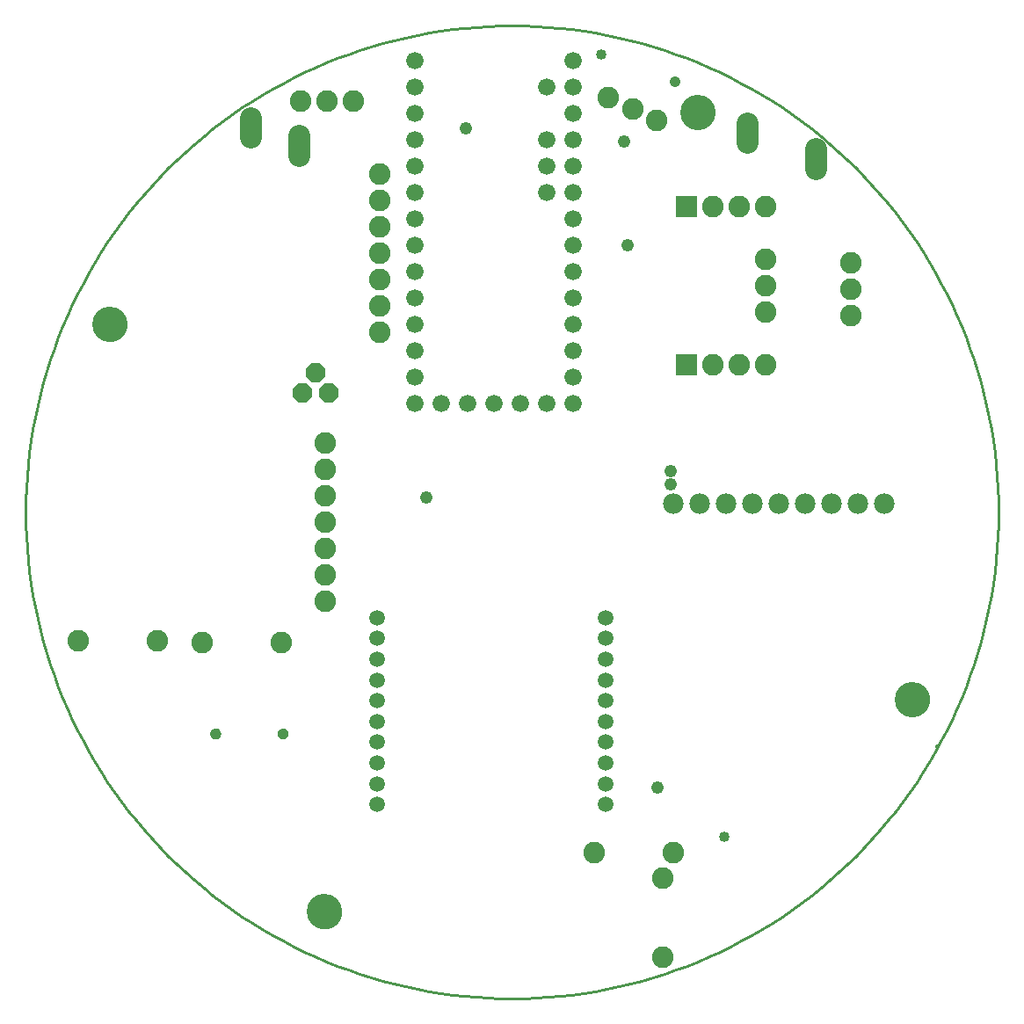
<source format=gts>
G75*
%MOIN*%
%OFA0B0*%
%FSLAX25Y25*%
%IPPOS*%
%LPD*%
%AMOC8*
5,1,8,0,0,1.08239X$1,22.5*
%
%ADD10C,0.01000*%
%ADD11C,0.01600*%
%ADD12C,0.00000*%
%ADD13C,0.13398*%
%ADD14C,0.07800*%
%ADD15C,0.06600*%
%ADD16C,0.05950*%
%ADD17C,0.08200*%
%ADD18R,0.08200X0.08200*%
%ADD19C,0.04000*%
%ADD20C,0.00500*%
%ADD21C,0.08200*%
%ADD22OC8,0.07400*%
%ADD23C,0.04123*%
%ADD24C,0.04800*%
D10*
X0001500Y0185925D02*
X0001556Y0190451D01*
X0001722Y0194974D01*
X0002000Y0199492D01*
X0002388Y0204002D01*
X0002887Y0208501D01*
X0003496Y0212986D01*
X0004215Y0217455D01*
X0005044Y0221905D01*
X0005981Y0226333D01*
X0007027Y0230737D01*
X0008181Y0235114D01*
X0009441Y0239461D01*
X0010808Y0243776D01*
X0012281Y0248056D01*
X0013858Y0252299D01*
X0015539Y0256501D01*
X0017322Y0260662D01*
X0019207Y0264777D01*
X0021192Y0268845D01*
X0023277Y0272862D01*
X0025459Y0276828D01*
X0027738Y0280738D01*
X0030113Y0284592D01*
X0032581Y0288386D01*
X0035142Y0292118D01*
X0037793Y0295787D01*
X0040534Y0299389D01*
X0043363Y0302923D01*
X0046277Y0306386D01*
X0049275Y0309777D01*
X0052356Y0313094D01*
X0055517Y0316333D01*
X0058756Y0319494D01*
X0062073Y0322575D01*
X0065464Y0325573D01*
X0068927Y0328487D01*
X0072461Y0331316D01*
X0076063Y0334057D01*
X0079732Y0336708D01*
X0083464Y0339269D01*
X0087258Y0341737D01*
X0091112Y0344112D01*
X0095022Y0346391D01*
X0098988Y0348573D01*
X0103005Y0350658D01*
X0107073Y0352643D01*
X0111188Y0354528D01*
X0115349Y0356311D01*
X0119551Y0357992D01*
X0123794Y0359569D01*
X0128074Y0361042D01*
X0132389Y0362409D01*
X0136736Y0363669D01*
X0141113Y0364823D01*
X0145517Y0365869D01*
X0149945Y0366806D01*
X0154395Y0367635D01*
X0158864Y0368354D01*
X0163349Y0368963D01*
X0167848Y0369462D01*
X0172358Y0369850D01*
X0176876Y0370128D01*
X0181399Y0370294D01*
X0185925Y0370350D01*
X0190451Y0370294D01*
X0194974Y0370128D01*
X0199492Y0369850D01*
X0204002Y0369462D01*
X0208501Y0368963D01*
X0212986Y0368354D01*
X0217455Y0367635D01*
X0221905Y0366806D01*
X0226333Y0365869D01*
X0230737Y0364823D01*
X0235114Y0363669D01*
X0239461Y0362409D01*
X0243776Y0361042D01*
X0248056Y0359569D01*
X0252299Y0357992D01*
X0256501Y0356311D01*
X0260662Y0354528D01*
X0264777Y0352643D01*
X0268845Y0350658D01*
X0272862Y0348573D01*
X0276828Y0346391D01*
X0280738Y0344112D01*
X0284592Y0341737D01*
X0288386Y0339269D01*
X0292118Y0336708D01*
X0295787Y0334057D01*
X0299389Y0331316D01*
X0302923Y0328487D01*
X0306386Y0325573D01*
X0309777Y0322575D01*
X0313094Y0319494D01*
X0316333Y0316333D01*
X0319494Y0313094D01*
X0322575Y0309777D01*
X0325573Y0306386D01*
X0328487Y0302923D01*
X0331316Y0299389D01*
X0334057Y0295787D01*
X0336708Y0292118D01*
X0339269Y0288386D01*
X0341737Y0284592D01*
X0344112Y0280738D01*
X0346391Y0276828D01*
X0348573Y0272862D01*
X0350658Y0268845D01*
X0352643Y0264777D01*
X0354528Y0260662D01*
X0356311Y0256501D01*
X0357992Y0252299D01*
X0359569Y0248056D01*
X0361042Y0243776D01*
X0362409Y0239461D01*
X0363669Y0235114D01*
X0364823Y0230737D01*
X0365869Y0226333D01*
X0366806Y0221905D01*
X0367635Y0217455D01*
X0368354Y0212986D01*
X0368963Y0208501D01*
X0369462Y0204002D01*
X0369850Y0199492D01*
X0370128Y0194974D01*
X0370294Y0190451D01*
X0370350Y0185925D01*
X0370294Y0181399D01*
X0370128Y0176876D01*
X0369850Y0172358D01*
X0369462Y0167848D01*
X0368963Y0163349D01*
X0368354Y0158864D01*
X0367635Y0154395D01*
X0366806Y0149945D01*
X0365869Y0145517D01*
X0364823Y0141113D01*
X0363669Y0136736D01*
X0362409Y0132389D01*
X0361042Y0128074D01*
X0359569Y0123794D01*
X0357992Y0119551D01*
X0356311Y0115349D01*
X0354528Y0111188D01*
X0352643Y0107073D01*
X0350658Y0103005D01*
X0348573Y0098988D01*
X0346391Y0095022D01*
X0344112Y0091112D01*
X0341737Y0087258D01*
X0339269Y0083464D01*
X0336708Y0079732D01*
X0334057Y0076063D01*
X0331316Y0072461D01*
X0328487Y0068927D01*
X0325573Y0065464D01*
X0322575Y0062073D01*
X0319494Y0058756D01*
X0316333Y0055517D01*
X0313094Y0052356D01*
X0309777Y0049275D01*
X0306386Y0046277D01*
X0302923Y0043363D01*
X0299389Y0040534D01*
X0295787Y0037793D01*
X0292118Y0035142D01*
X0288386Y0032581D01*
X0284592Y0030113D01*
X0280738Y0027738D01*
X0276828Y0025459D01*
X0272862Y0023277D01*
X0268845Y0021192D01*
X0264777Y0019207D01*
X0260662Y0017322D01*
X0256501Y0015539D01*
X0252299Y0013858D01*
X0248056Y0012281D01*
X0243776Y0010808D01*
X0239461Y0009441D01*
X0235114Y0008181D01*
X0230737Y0007027D01*
X0226333Y0005981D01*
X0221905Y0005044D01*
X0217455Y0004215D01*
X0212986Y0003496D01*
X0208501Y0002887D01*
X0204002Y0002388D01*
X0199492Y0002000D01*
X0194974Y0001722D01*
X0190451Y0001556D01*
X0185925Y0001500D01*
X0181399Y0001556D01*
X0176876Y0001722D01*
X0172358Y0002000D01*
X0167848Y0002388D01*
X0163349Y0002887D01*
X0158864Y0003496D01*
X0154395Y0004215D01*
X0149945Y0005044D01*
X0145517Y0005981D01*
X0141113Y0007027D01*
X0136736Y0008181D01*
X0132389Y0009441D01*
X0128074Y0010808D01*
X0123794Y0012281D01*
X0119551Y0013858D01*
X0115349Y0015539D01*
X0111188Y0017322D01*
X0107073Y0019207D01*
X0103005Y0021192D01*
X0098988Y0023277D01*
X0095022Y0025459D01*
X0091112Y0027738D01*
X0087258Y0030113D01*
X0083464Y0032581D01*
X0079732Y0035142D01*
X0076063Y0037793D01*
X0072461Y0040534D01*
X0068927Y0043363D01*
X0065464Y0046277D01*
X0062073Y0049275D01*
X0058756Y0052356D01*
X0055517Y0055517D01*
X0052356Y0058756D01*
X0049275Y0062073D01*
X0046277Y0065464D01*
X0043363Y0068927D01*
X0040534Y0072461D01*
X0037793Y0076063D01*
X0035142Y0079732D01*
X0032581Y0083464D01*
X0030113Y0087258D01*
X0027738Y0091112D01*
X0025459Y0095022D01*
X0023277Y0098988D01*
X0021192Y0103005D01*
X0019207Y0107073D01*
X0017322Y0111188D01*
X0015539Y0115349D01*
X0013858Y0119551D01*
X0012281Y0123794D01*
X0010808Y0128074D01*
X0009441Y0132389D01*
X0008181Y0136736D01*
X0007027Y0141113D01*
X0005981Y0145517D01*
X0005044Y0149945D01*
X0004215Y0154395D01*
X0003496Y0158864D01*
X0002887Y0163349D01*
X0002388Y0167848D01*
X0002000Y0172358D01*
X0001722Y0176876D01*
X0001556Y0181399D01*
X0001500Y0185925D01*
D11*
X0347199Y0096927D02*
X0347241Y0097018D01*
D12*
X0331526Y0114825D02*
X0331528Y0114983D01*
X0331534Y0115141D01*
X0331544Y0115299D01*
X0331558Y0115457D01*
X0331576Y0115614D01*
X0331597Y0115771D01*
X0331623Y0115927D01*
X0331653Y0116083D01*
X0331686Y0116238D01*
X0331724Y0116391D01*
X0331765Y0116544D01*
X0331810Y0116696D01*
X0331859Y0116847D01*
X0331912Y0116996D01*
X0331968Y0117144D01*
X0332028Y0117290D01*
X0332092Y0117435D01*
X0332160Y0117578D01*
X0332231Y0117720D01*
X0332305Y0117860D01*
X0332383Y0117997D01*
X0332465Y0118133D01*
X0332549Y0118267D01*
X0332638Y0118398D01*
X0332729Y0118527D01*
X0332824Y0118654D01*
X0332921Y0118779D01*
X0333022Y0118901D01*
X0333126Y0119020D01*
X0333233Y0119137D01*
X0333343Y0119251D01*
X0333456Y0119362D01*
X0333571Y0119471D01*
X0333689Y0119576D01*
X0333810Y0119678D01*
X0333933Y0119778D01*
X0334059Y0119874D01*
X0334187Y0119967D01*
X0334317Y0120057D01*
X0334450Y0120143D01*
X0334585Y0120227D01*
X0334721Y0120306D01*
X0334860Y0120383D01*
X0335001Y0120455D01*
X0335143Y0120525D01*
X0335287Y0120590D01*
X0335433Y0120652D01*
X0335580Y0120710D01*
X0335729Y0120765D01*
X0335879Y0120816D01*
X0336030Y0120863D01*
X0336182Y0120906D01*
X0336335Y0120945D01*
X0336490Y0120981D01*
X0336645Y0121012D01*
X0336801Y0121040D01*
X0336957Y0121064D01*
X0337114Y0121084D01*
X0337272Y0121100D01*
X0337429Y0121112D01*
X0337588Y0121120D01*
X0337746Y0121124D01*
X0337904Y0121124D01*
X0338062Y0121120D01*
X0338221Y0121112D01*
X0338378Y0121100D01*
X0338536Y0121084D01*
X0338693Y0121064D01*
X0338849Y0121040D01*
X0339005Y0121012D01*
X0339160Y0120981D01*
X0339315Y0120945D01*
X0339468Y0120906D01*
X0339620Y0120863D01*
X0339771Y0120816D01*
X0339921Y0120765D01*
X0340070Y0120710D01*
X0340217Y0120652D01*
X0340363Y0120590D01*
X0340507Y0120525D01*
X0340649Y0120455D01*
X0340790Y0120383D01*
X0340929Y0120306D01*
X0341065Y0120227D01*
X0341200Y0120143D01*
X0341333Y0120057D01*
X0341463Y0119967D01*
X0341591Y0119874D01*
X0341717Y0119778D01*
X0341840Y0119678D01*
X0341961Y0119576D01*
X0342079Y0119471D01*
X0342194Y0119362D01*
X0342307Y0119251D01*
X0342417Y0119137D01*
X0342524Y0119020D01*
X0342628Y0118901D01*
X0342729Y0118779D01*
X0342826Y0118654D01*
X0342921Y0118527D01*
X0343012Y0118398D01*
X0343101Y0118267D01*
X0343185Y0118133D01*
X0343267Y0117997D01*
X0343345Y0117860D01*
X0343419Y0117720D01*
X0343490Y0117578D01*
X0343558Y0117435D01*
X0343622Y0117290D01*
X0343682Y0117144D01*
X0343738Y0116996D01*
X0343791Y0116847D01*
X0343840Y0116696D01*
X0343885Y0116544D01*
X0343926Y0116391D01*
X0343964Y0116238D01*
X0343997Y0116083D01*
X0344027Y0115927D01*
X0344053Y0115771D01*
X0344074Y0115614D01*
X0344092Y0115457D01*
X0344106Y0115299D01*
X0344116Y0115141D01*
X0344122Y0114983D01*
X0344124Y0114825D01*
X0344122Y0114667D01*
X0344116Y0114509D01*
X0344106Y0114351D01*
X0344092Y0114193D01*
X0344074Y0114036D01*
X0344053Y0113879D01*
X0344027Y0113723D01*
X0343997Y0113567D01*
X0343964Y0113412D01*
X0343926Y0113259D01*
X0343885Y0113106D01*
X0343840Y0112954D01*
X0343791Y0112803D01*
X0343738Y0112654D01*
X0343682Y0112506D01*
X0343622Y0112360D01*
X0343558Y0112215D01*
X0343490Y0112072D01*
X0343419Y0111930D01*
X0343345Y0111790D01*
X0343267Y0111653D01*
X0343185Y0111517D01*
X0343101Y0111383D01*
X0343012Y0111252D01*
X0342921Y0111123D01*
X0342826Y0110996D01*
X0342729Y0110871D01*
X0342628Y0110749D01*
X0342524Y0110630D01*
X0342417Y0110513D01*
X0342307Y0110399D01*
X0342194Y0110288D01*
X0342079Y0110179D01*
X0341961Y0110074D01*
X0341840Y0109972D01*
X0341717Y0109872D01*
X0341591Y0109776D01*
X0341463Y0109683D01*
X0341333Y0109593D01*
X0341200Y0109507D01*
X0341065Y0109423D01*
X0340929Y0109344D01*
X0340790Y0109267D01*
X0340649Y0109195D01*
X0340507Y0109125D01*
X0340363Y0109060D01*
X0340217Y0108998D01*
X0340070Y0108940D01*
X0339921Y0108885D01*
X0339771Y0108834D01*
X0339620Y0108787D01*
X0339468Y0108744D01*
X0339315Y0108705D01*
X0339160Y0108669D01*
X0339005Y0108638D01*
X0338849Y0108610D01*
X0338693Y0108586D01*
X0338536Y0108566D01*
X0338378Y0108550D01*
X0338221Y0108538D01*
X0338062Y0108530D01*
X0337904Y0108526D01*
X0337746Y0108526D01*
X0337588Y0108530D01*
X0337429Y0108538D01*
X0337272Y0108550D01*
X0337114Y0108566D01*
X0336957Y0108586D01*
X0336801Y0108610D01*
X0336645Y0108638D01*
X0336490Y0108669D01*
X0336335Y0108705D01*
X0336182Y0108744D01*
X0336030Y0108787D01*
X0335879Y0108834D01*
X0335729Y0108885D01*
X0335580Y0108940D01*
X0335433Y0108998D01*
X0335287Y0109060D01*
X0335143Y0109125D01*
X0335001Y0109195D01*
X0334860Y0109267D01*
X0334721Y0109344D01*
X0334585Y0109423D01*
X0334450Y0109507D01*
X0334317Y0109593D01*
X0334187Y0109683D01*
X0334059Y0109776D01*
X0333933Y0109872D01*
X0333810Y0109972D01*
X0333689Y0110074D01*
X0333571Y0110179D01*
X0333456Y0110288D01*
X0333343Y0110399D01*
X0333233Y0110513D01*
X0333126Y0110630D01*
X0333022Y0110749D01*
X0332921Y0110871D01*
X0332824Y0110996D01*
X0332729Y0111123D01*
X0332638Y0111252D01*
X0332549Y0111383D01*
X0332465Y0111517D01*
X0332383Y0111653D01*
X0332305Y0111790D01*
X0332231Y0111930D01*
X0332160Y0112072D01*
X0332092Y0112215D01*
X0332028Y0112360D01*
X0331968Y0112506D01*
X0331912Y0112654D01*
X0331859Y0112803D01*
X0331810Y0112954D01*
X0331765Y0113106D01*
X0331724Y0113259D01*
X0331686Y0113412D01*
X0331653Y0113567D01*
X0331623Y0113723D01*
X0331597Y0113879D01*
X0331576Y0114036D01*
X0331558Y0114193D01*
X0331544Y0114351D01*
X0331534Y0114509D01*
X0331528Y0114667D01*
X0331526Y0114825D01*
X0108526Y0034325D02*
X0108528Y0034483D01*
X0108534Y0034641D01*
X0108544Y0034799D01*
X0108558Y0034957D01*
X0108576Y0035114D01*
X0108597Y0035271D01*
X0108623Y0035427D01*
X0108653Y0035583D01*
X0108686Y0035738D01*
X0108724Y0035891D01*
X0108765Y0036044D01*
X0108810Y0036196D01*
X0108859Y0036347D01*
X0108912Y0036496D01*
X0108968Y0036644D01*
X0109028Y0036790D01*
X0109092Y0036935D01*
X0109160Y0037078D01*
X0109231Y0037220D01*
X0109305Y0037360D01*
X0109383Y0037497D01*
X0109465Y0037633D01*
X0109549Y0037767D01*
X0109638Y0037898D01*
X0109729Y0038027D01*
X0109824Y0038154D01*
X0109921Y0038279D01*
X0110022Y0038401D01*
X0110126Y0038520D01*
X0110233Y0038637D01*
X0110343Y0038751D01*
X0110456Y0038862D01*
X0110571Y0038971D01*
X0110689Y0039076D01*
X0110810Y0039178D01*
X0110933Y0039278D01*
X0111059Y0039374D01*
X0111187Y0039467D01*
X0111317Y0039557D01*
X0111450Y0039643D01*
X0111585Y0039727D01*
X0111721Y0039806D01*
X0111860Y0039883D01*
X0112001Y0039955D01*
X0112143Y0040025D01*
X0112287Y0040090D01*
X0112433Y0040152D01*
X0112580Y0040210D01*
X0112729Y0040265D01*
X0112879Y0040316D01*
X0113030Y0040363D01*
X0113182Y0040406D01*
X0113335Y0040445D01*
X0113490Y0040481D01*
X0113645Y0040512D01*
X0113801Y0040540D01*
X0113957Y0040564D01*
X0114114Y0040584D01*
X0114272Y0040600D01*
X0114429Y0040612D01*
X0114588Y0040620D01*
X0114746Y0040624D01*
X0114904Y0040624D01*
X0115062Y0040620D01*
X0115221Y0040612D01*
X0115378Y0040600D01*
X0115536Y0040584D01*
X0115693Y0040564D01*
X0115849Y0040540D01*
X0116005Y0040512D01*
X0116160Y0040481D01*
X0116315Y0040445D01*
X0116468Y0040406D01*
X0116620Y0040363D01*
X0116771Y0040316D01*
X0116921Y0040265D01*
X0117070Y0040210D01*
X0117217Y0040152D01*
X0117363Y0040090D01*
X0117507Y0040025D01*
X0117649Y0039955D01*
X0117790Y0039883D01*
X0117929Y0039806D01*
X0118065Y0039727D01*
X0118200Y0039643D01*
X0118333Y0039557D01*
X0118463Y0039467D01*
X0118591Y0039374D01*
X0118717Y0039278D01*
X0118840Y0039178D01*
X0118961Y0039076D01*
X0119079Y0038971D01*
X0119194Y0038862D01*
X0119307Y0038751D01*
X0119417Y0038637D01*
X0119524Y0038520D01*
X0119628Y0038401D01*
X0119729Y0038279D01*
X0119826Y0038154D01*
X0119921Y0038027D01*
X0120012Y0037898D01*
X0120101Y0037767D01*
X0120185Y0037633D01*
X0120267Y0037497D01*
X0120345Y0037360D01*
X0120419Y0037220D01*
X0120490Y0037078D01*
X0120558Y0036935D01*
X0120622Y0036790D01*
X0120682Y0036644D01*
X0120738Y0036496D01*
X0120791Y0036347D01*
X0120840Y0036196D01*
X0120885Y0036044D01*
X0120926Y0035891D01*
X0120964Y0035738D01*
X0120997Y0035583D01*
X0121027Y0035427D01*
X0121053Y0035271D01*
X0121074Y0035114D01*
X0121092Y0034957D01*
X0121106Y0034799D01*
X0121116Y0034641D01*
X0121122Y0034483D01*
X0121124Y0034325D01*
X0121122Y0034167D01*
X0121116Y0034009D01*
X0121106Y0033851D01*
X0121092Y0033693D01*
X0121074Y0033536D01*
X0121053Y0033379D01*
X0121027Y0033223D01*
X0120997Y0033067D01*
X0120964Y0032912D01*
X0120926Y0032759D01*
X0120885Y0032606D01*
X0120840Y0032454D01*
X0120791Y0032303D01*
X0120738Y0032154D01*
X0120682Y0032006D01*
X0120622Y0031860D01*
X0120558Y0031715D01*
X0120490Y0031572D01*
X0120419Y0031430D01*
X0120345Y0031290D01*
X0120267Y0031153D01*
X0120185Y0031017D01*
X0120101Y0030883D01*
X0120012Y0030752D01*
X0119921Y0030623D01*
X0119826Y0030496D01*
X0119729Y0030371D01*
X0119628Y0030249D01*
X0119524Y0030130D01*
X0119417Y0030013D01*
X0119307Y0029899D01*
X0119194Y0029788D01*
X0119079Y0029679D01*
X0118961Y0029574D01*
X0118840Y0029472D01*
X0118717Y0029372D01*
X0118591Y0029276D01*
X0118463Y0029183D01*
X0118333Y0029093D01*
X0118200Y0029007D01*
X0118065Y0028923D01*
X0117929Y0028844D01*
X0117790Y0028767D01*
X0117649Y0028695D01*
X0117507Y0028625D01*
X0117363Y0028560D01*
X0117217Y0028498D01*
X0117070Y0028440D01*
X0116921Y0028385D01*
X0116771Y0028334D01*
X0116620Y0028287D01*
X0116468Y0028244D01*
X0116315Y0028205D01*
X0116160Y0028169D01*
X0116005Y0028138D01*
X0115849Y0028110D01*
X0115693Y0028086D01*
X0115536Y0028066D01*
X0115378Y0028050D01*
X0115221Y0028038D01*
X0115062Y0028030D01*
X0114904Y0028026D01*
X0114746Y0028026D01*
X0114588Y0028030D01*
X0114429Y0028038D01*
X0114272Y0028050D01*
X0114114Y0028066D01*
X0113957Y0028086D01*
X0113801Y0028110D01*
X0113645Y0028138D01*
X0113490Y0028169D01*
X0113335Y0028205D01*
X0113182Y0028244D01*
X0113030Y0028287D01*
X0112879Y0028334D01*
X0112729Y0028385D01*
X0112580Y0028440D01*
X0112433Y0028498D01*
X0112287Y0028560D01*
X0112143Y0028625D01*
X0112001Y0028695D01*
X0111860Y0028767D01*
X0111721Y0028844D01*
X0111585Y0028923D01*
X0111450Y0029007D01*
X0111317Y0029093D01*
X0111187Y0029183D01*
X0111059Y0029276D01*
X0110933Y0029372D01*
X0110810Y0029472D01*
X0110689Y0029574D01*
X0110571Y0029679D01*
X0110456Y0029788D01*
X0110343Y0029899D01*
X0110233Y0030013D01*
X0110126Y0030130D01*
X0110022Y0030249D01*
X0109921Y0030371D01*
X0109824Y0030496D01*
X0109729Y0030623D01*
X0109638Y0030752D01*
X0109549Y0030883D01*
X0109465Y0031017D01*
X0109383Y0031153D01*
X0109305Y0031290D01*
X0109231Y0031430D01*
X0109160Y0031572D01*
X0109092Y0031715D01*
X0109028Y0031860D01*
X0108968Y0032006D01*
X0108912Y0032154D01*
X0108859Y0032303D01*
X0108810Y0032454D01*
X0108765Y0032606D01*
X0108724Y0032759D01*
X0108686Y0032912D01*
X0108653Y0033067D01*
X0108623Y0033223D01*
X0108597Y0033379D01*
X0108576Y0033536D01*
X0108558Y0033693D01*
X0108544Y0033851D01*
X0108534Y0034009D01*
X0108528Y0034167D01*
X0108526Y0034325D01*
X0027126Y0257025D02*
X0027128Y0257183D01*
X0027134Y0257341D01*
X0027144Y0257499D01*
X0027158Y0257657D01*
X0027176Y0257814D01*
X0027197Y0257971D01*
X0027223Y0258127D01*
X0027253Y0258283D01*
X0027286Y0258438D01*
X0027324Y0258591D01*
X0027365Y0258744D01*
X0027410Y0258896D01*
X0027459Y0259047D01*
X0027512Y0259196D01*
X0027568Y0259344D01*
X0027628Y0259490D01*
X0027692Y0259635D01*
X0027760Y0259778D01*
X0027831Y0259920D01*
X0027905Y0260060D01*
X0027983Y0260197D01*
X0028065Y0260333D01*
X0028149Y0260467D01*
X0028238Y0260598D01*
X0028329Y0260727D01*
X0028424Y0260854D01*
X0028521Y0260979D01*
X0028622Y0261101D01*
X0028726Y0261220D01*
X0028833Y0261337D01*
X0028943Y0261451D01*
X0029056Y0261562D01*
X0029171Y0261671D01*
X0029289Y0261776D01*
X0029410Y0261878D01*
X0029533Y0261978D01*
X0029659Y0262074D01*
X0029787Y0262167D01*
X0029917Y0262257D01*
X0030050Y0262343D01*
X0030185Y0262427D01*
X0030321Y0262506D01*
X0030460Y0262583D01*
X0030601Y0262655D01*
X0030743Y0262725D01*
X0030887Y0262790D01*
X0031033Y0262852D01*
X0031180Y0262910D01*
X0031329Y0262965D01*
X0031479Y0263016D01*
X0031630Y0263063D01*
X0031782Y0263106D01*
X0031935Y0263145D01*
X0032090Y0263181D01*
X0032245Y0263212D01*
X0032401Y0263240D01*
X0032557Y0263264D01*
X0032714Y0263284D01*
X0032872Y0263300D01*
X0033029Y0263312D01*
X0033188Y0263320D01*
X0033346Y0263324D01*
X0033504Y0263324D01*
X0033662Y0263320D01*
X0033821Y0263312D01*
X0033978Y0263300D01*
X0034136Y0263284D01*
X0034293Y0263264D01*
X0034449Y0263240D01*
X0034605Y0263212D01*
X0034760Y0263181D01*
X0034915Y0263145D01*
X0035068Y0263106D01*
X0035220Y0263063D01*
X0035371Y0263016D01*
X0035521Y0262965D01*
X0035670Y0262910D01*
X0035817Y0262852D01*
X0035963Y0262790D01*
X0036107Y0262725D01*
X0036249Y0262655D01*
X0036390Y0262583D01*
X0036529Y0262506D01*
X0036665Y0262427D01*
X0036800Y0262343D01*
X0036933Y0262257D01*
X0037063Y0262167D01*
X0037191Y0262074D01*
X0037317Y0261978D01*
X0037440Y0261878D01*
X0037561Y0261776D01*
X0037679Y0261671D01*
X0037794Y0261562D01*
X0037907Y0261451D01*
X0038017Y0261337D01*
X0038124Y0261220D01*
X0038228Y0261101D01*
X0038329Y0260979D01*
X0038426Y0260854D01*
X0038521Y0260727D01*
X0038612Y0260598D01*
X0038701Y0260467D01*
X0038785Y0260333D01*
X0038867Y0260197D01*
X0038945Y0260060D01*
X0039019Y0259920D01*
X0039090Y0259778D01*
X0039158Y0259635D01*
X0039222Y0259490D01*
X0039282Y0259344D01*
X0039338Y0259196D01*
X0039391Y0259047D01*
X0039440Y0258896D01*
X0039485Y0258744D01*
X0039526Y0258591D01*
X0039564Y0258438D01*
X0039597Y0258283D01*
X0039627Y0258127D01*
X0039653Y0257971D01*
X0039674Y0257814D01*
X0039692Y0257657D01*
X0039706Y0257499D01*
X0039716Y0257341D01*
X0039722Y0257183D01*
X0039724Y0257025D01*
X0039722Y0256867D01*
X0039716Y0256709D01*
X0039706Y0256551D01*
X0039692Y0256393D01*
X0039674Y0256236D01*
X0039653Y0256079D01*
X0039627Y0255923D01*
X0039597Y0255767D01*
X0039564Y0255612D01*
X0039526Y0255459D01*
X0039485Y0255306D01*
X0039440Y0255154D01*
X0039391Y0255003D01*
X0039338Y0254854D01*
X0039282Y0254706D01*
X0039222Y0254560D01*
X0039158Y0254415D01*
X0039090Y0254272D01*
X0039019Y0254130D01*
X0038945Y0253990D01*
X0038867Y0253853D01*
X0038785Y0253717D01*
X0038701Y0253583D01*
X0038612Y0253452D01*
X0038521Y0253323D01*
X0038426Y0253196D01*
X0038329Y0253071D01*
X0038228Y0252949D01*
X0038124Y0252830D01*
X0038017Y0252713D01*
X0037907Y0252599D01*
X0037794Y0252488D01*
X0037679Y0252379D01*
X0037561Y0252274D01*
X0037440Y0252172D01*
X0037317Y0252072D01*
X0037191Y0251976D01*
X0037063Y0251883D01*
X0036933Y0251793D01*
X0036800Y0251707D01*
X0036665Y0251623D01*
X0036529Y0251544D01*
X0036390Y0251467D01*
X0036249Y0251395D01*
X0036107Y0251325D01*
X0035963Y0251260D01*
X0035817Y0251198D01*
X0035670Y0251140D01*
X0035521Y0251085D01*
X0035371Y0251034D01*
X0035220Y0250987D01*
X0035068Y0250944D01*
X0034915Y0250905D01*
X0034760Y0250869D01*
X0034605Y0250838D01*
X0034449Y0250810D01*
X0034293Y0250786D01*
X0034136Y0250766D01*
X0033978Y0250750D01*
X0033821Y0250738D01*
X0033662Y0250730D01*
X0033504Y0250726D01*
X0033346Y0250726D01*
X0033188Y0250730D01*
X0033029Y0250738D01*
X0032872Y0250750D01*
X0032714Y0250766D01*
X0032557Y0250786D01*
X0032401Y0250810D01*
X0032245Y0250838D01*
X0032090Y0250869D01*
X0031935Y0250905D01*
X0031782Y0250944D01*
X0031630Y0250987D01*
X0031479Y0251034D01*
X0031329Y0251085D01*
X0031180Y0251140D01*
X0031033Y0251198D01*
X0030887Y0251260D01*
X0030743Y0251325D01*
X0030601Y0251395D01*
X0030460Y0251467D01*
X0030321Y0251544D01*
X0030185Y0251623D01*
X0030050Y0251707D01*
X0029917Y0251793D01*
X0029787Y0251883D01*
X0029659Y0251976D01*
X0029533Y0252072D01*
X0029410Y0252172D01*
X0029289Y0252274D01*
X0029171Y0252379D01*
X0029056Y0252488D01*
X0028943Y0252599D01*
X0028833Y0252713D01*
X0028726Y0252830D01*
X0028622Y0252949D01*
X0028521Y0253071D01*
X0028424Y0253196D01*
X0028329Y0253323D01*
X0028238Y0253452D01*
X0028149Y0253583D01*
X0028065Y0253717D01*
X0027983Y0253853D01*
X0027905Y0253990D01*
X0027831Y0254130D01*
X0027760Y0254272D01*
X0027692Y0254415D01*
X0027628Y0254560D01*
X0027568Y0254706D01*
X0027512Y0254854D01*
X0027459Y0255003D01*
X0027410Y0255154D01*
X0027365Y0255306D01*
X0027324Y0255459D01*
X0027286Y0255612D01*
X0027253Y0255767D01*
X0027223Y0255923D01*
X0027197Y0256079D01*
X0027176Y0256236D01*
X0027158Y0256393D01*
X0027144Y0256551D01*
X0027134Y0256709D01*
X0027128Y0256867D01*
X0027126Y0257025D01*
X0250126Y0337525D02*
X0250128Y0337683D01*
X0250134Y0337841D01*
X0250144Y0337999D01*
X0250158Y0338157D01*
X0250176Y0338314D01*
X0250197Y0338471D01*
X0250223Y0338627D01*
X0250253Y0338783D01*
X0250286Y0338938D01*
X0250324Y0339091D01*
X0250365Y0339244D01*
X0250410Y0339396D01*
X0250459Y0339547D01*
X0250512Y0339696D01*
X0250568Y0339844D01*
X0250628Y0339990D01*
X0250692Y0340135D01*
X0250760Y0340278D01*
X0250831Y0340420D01*
X0250905Y0340560D01*
X0250983Y0340697D01*
X0251065Y0340833D01*
X0251149Y0340967D01*
X0251238Y0341098D01*
X0251329Y0341227D01*
X0251424Y0341354D01*
X0251521Y0341479D01*
X0251622Y0341601D01*
X0251726Y0341720D01*
X0251833Y0341837D01*
X0251943Y0341951D01*
X0252056Y0342062D01*
X0252171Y0342171D01*
X0252289Y0342276D01*
X0252410Y0342378D01*
X0252533Y0342478D01*
X0252659Y0342574D01*
X0252787Y0342667D01*
X0252917Y0342757D01*
X0253050Y0342843D01*
X0253185Y0342927D01*
X0253321Y0343006D01*
X0253460Y0343083D01*
X0253601Y0343155D01*
X0253743Y0343225D01*
X0253887Y0343290D01*
X0254033Y0343352D01*
X0254180Y0343410D01*
X0254329Y0343465D01*
X0254479Y0343516D01*
X0254630Y0343563D01*
X0254782Y0343606D01*
X0254935Y0343645D01*
X0255090Y0343681D01*
X0255245Y0343712D01*
X0255401Y0343740D01*
X0255557Y0343764D01*
X0255714Y0343784D01*
X0255872Y0343800D01*
X0256029Y0343812D01*
X0256188Y0343820D01*
X0256346Y0343824D01*
X0256504Y0343824D01*
X0256662Y0343820D01*
X0256821Y0343812D01*
X0256978Y0343800D01*
X0257136Y0343784D01*
X0257293Y0343764D01*
X0257449Y0343740D01*
X0257605Y0343712D01*
X0257760Y0343681D01*
X0257915Y0343645D01*
X0258068Y0343606D01*
X0258220Y0343563D01*
X0258371Y0343516D01*
X0258521Y0343465D01*
X0258670Y0343410D01*
X0258817Y0343352D01*
X0258963Y0343290D01*
X0259107Y0343225D01*
X0259249Y0343155D01*
X0259390Y0343083D01*
X0259529Y0343006D01*
X0259665Y0342927D01*
X0259800Y0342843D01*
X0259933Y0342757D01*
X0260063Y0342667D01*
X0260191Y0342574D01*
X0260317Y0342478D01*
X0260440Y0342378D01*
X0260561Y0342276D01*
X0260679Y0342171D01*
X0260794Y0342062D01*
X0260907Y0341951D01*
X0261017Y0341837D01*
X0261124Y0341720D01*
X0261228Y0341601D01*
X0261329Y0341479D01*
X0261426Y0341354D01*
X0261521Y0341227D01*
X0261612Y0341098D01*
X0261701Y0340967D01*
X0261785Y0340833D01*
X0261867Y0340697D01*
X0261945Y0340560D01*
X0262019Y0340420D01*
X0262090Y0340278D01*
X0262158Y0340135D01*
X0262222Y0339990D01*
X0262282Y0339844D01*
X0262338Y0339696D01*
X0262391Y0339547D01*
X0262440Y0339396D01*
X0262485Y0339244D01*
X0262526Y0339091D01*
X0262564Y0338938D01*
X0262597Y0338783D01*
X0262627Y0338627D01*
X0262653Y0338471D01*
X0262674Y0338314D01*
X0262692Y0338157D01*
X0262706Y0337999D01*
X0262716Y0337841D01*
X0262722Y0337683D01*
X0262724Y0337525D01*
X0262722Y0337367D01*
X0262716Y0337209D01*
X0262706Y0337051D01*
X0262692Y0336893D01*
X0262674Y0336736D01*
X0262653Y0336579D01*
X0262627Y0336423D01*
X0262597Y0336267D01*
X0262564Y0336112D01*
X0262526Y0335959D01*
X0262485Y0335806D01*
X0262440Y0335654D01*
X0262391Y0335503D01*
X0262338Y0335354D01*
X0262282Y0335206D01*
X0262222Y0335060D01*
X0262158Y0334915D01*
X0262090Y0334772D01*
X0262019Y0334630D01*
X0261945Y0334490D01*
X0261867Y0334353D01*
X0261785Y0334217D01*
X0261701Y0334083D01*
X0261612Y0333952D01*
X0261521Y0333823D01*
X0261426Y0333696D01*
X0261329Y0333571D01*
X0261228Y0333449D01*
X0261124Y0333330D01*
X0261017Y0333213D01*
X0260907Y0333099D01*
X0260794Y0332988D01*
X0260679Y0332879D01*
X0260561Y0332774D01*
X0260440Y0332672D01*
X0260317Y0332572D01*
X0260191Y0332476D01*
X0260063Y0332383D01*
X0259933Y0332293D01*
X0259800Y0332207D01*
X0259665Y0332123D01*
X0259529Y0332044D01*
X0259390Y0331967D01*
X0259249Y0331895D01*
X0259107Y0331825D01*
X0258963Y0331760D01*
X0258817Y0331698D01*
X0258670Y0331640D01*
X0258521Y0331585D01*
X0258371Y0331534D01*
X0258220Y0331487D01*
X0258068Y0331444D01*
X0257915Y0331405D01*
X0257760Y0331369D01*
X0257605Y0331338D01*
X0257449Y0331310D01*
X0257293Y0331286D01*
X0257136Y0331266D01*
X0256978Y0331250D01*
X0256821Y0331238D01*
X0256662Y0331230D01*
X0256504Y0331226D01*
X0256346Y0331226D01*
X0256188Y0331230D01*
X0256029Y0331238D01*
X0255872Y0331250D01*
X0255714Y0331266D01*
X0255557Y0331286D01*
X0255401Y0331310D01*
X0255245Y0331338D01*
X0255090Y0331369D01*
X0254935Y0331405D01*
X0254782Y0331444D01*
X0254630Y0331487D01*
X0254479Y0331534D01*
X0254329Y0331585D01*
X0254180Y0331640D01*
X0254033Y0331698D01*
X0253887Y0331760D01*
X0253743Y0331825D01*
X0253601Y0331895D01*
X0253460Y0331967D01*
X0253321Y0332044D01*
X0253185Y0332123D01*
X0253050Y0332207D01*
X0252917Y0332293D01*
X0252787Y0332383D01*
X0252659Y0332476D01*
X0252533Y0332572D01*
X0252410Y0332672D01*
X0252289Y0332774D01*
X0252171Y0332879D01*
X0252056Y0332988D01*
X0251943Y0333099D01*
X0251833Y0333213D01*
X0251726Y0333330D01*
X0251622Y0333449D01*
X0251521Y0333571D01*
X0251424Y0333696D01*
X0251329Y0333823D01*
X0251238Y0333952D01*
X0251149Y0334083D01*
X0251065Y0334217D01*
X0250983Y0334353D01*
X0250905Y0334490D01*
X0250831Y0334630D01*
X0250760Y0334772D01*
X0250692Y0334915D01*
X0250628Y0335060D01*
X0250568Y0335206D01*
X0250512Y0335354D01*
X0250459Y0335503D01*
X0250410Y0335654D01*
X0250365Y0335806D01*
X0250324Y0335959D01*
X0250286Y0336112D01*
X0250253Y0336267D01*
X0250223Y0336423D01*
X0250197Y0336579D01*
X0250176Y0336736D01*
X0250158Y0336893D01*
X0250144Y0337051D01*
X0250134Y0337209D01*
X0250128Y0337367D01*
X0250126Y0337525D01*
D13*
X0256425Y0337525D03*
X0033425Y0257025D03*
X0114825Y0034325D03*
X0337825Y0114825D03*
D14*
X0326925Y0188925D03*
X0316925Y0188925D03*
X0306925Y0188925D03*
X0296925Y0188925D03*
X0286925Y0188925D03*
X0276925Y0188925D03*
X0266925Y0188925D03*
X0256925Y0188925D03*
X0246925Y0188925D03*
D15*
X0209125Y0227225D03*
X0209125Y0237225D03*
X0209125Y0247225D03*
X0209125Y0257225D03*
X0209125Y0267225D03*
X0209125Y0277225D03*
X0209125Y0287225D03*
X0209125Y0297225D03*
X0209125Y0307225D03*
X0199125Y0307225D03*
X0199125Y0317225D03*
X0199125Y0327225D03*
X0209125Y0327225D03*
X0209125Y0317225D03*
X0209125Y0337225D03*
X0209125Y0347225D03*
X0199125Y0347225D03*
X0209125Y0357225D03*
X0149125Y0357225D03*
X0149125Y0347225D03*
X0149125Y0337225D03*
X0149125Y0327225D03*
X0149125Y0317225D03*
X0149125Y0307225D03*
X0149125Y0297225D03*
X0149125Y0287225D03*
X0149125Y0277225D03*
X0149125Y0267225D03*
X0149125Y0257225D03*
X0149125Y0247225D03*
X0149125Y0237225D03*
X0149125Y0227225D03*
X0159125Y0227225D03*
X0169125Y0227225D03*
X0179125Y0227225D03*
X0189125Y0227225D03*
X0199125Y0227225D03*
D16*
X0221432Y0145858D03*
X0221432Y0137984D03*
X0221432Y0130110D03*
X0221432Y0122236D03*
X0221432Y0114362D03*
X0221432Y0106488D03*
X0221432Y0098614D03*
X0221432Y0090740D03*
X0221432Y0082866D03*
X0221432Y0074992D03*
X0134818Y0074992D03*
X0134818Y0082866D03*
X0134818Y0090740D03*
X0134818Y0098614D03*
X0134818Y0106488D03*
X0134818Y0114362D03*
X0134818Y0122236D03*
X0134818Y0130110D03*
X0134818Y0137984D03*
X0134818Y0145858D03*
D17*
X0115025Y0152025D03*
X0115025Y0162025D03*
X0115025Y0172025D03*
X0115025Y0182025D03*
X0115025Y0192025D03*
X0115025Y0202025D03*
X0115025Y0212025D03*
X0135825Y0254025D03*
X0135825Y0264025D03*
X0135825Y0274025D03*
X0135825Y0284025D03*
X0135825Y0294025D03*
X0135825Y0304025D03*
X0135825Y0314025D03*
X0125825Y0341725D03*
X0115825Y0341725D03*
X0105825Y0341725D03*
X0222525Y0342925D03*
X0231588Y0338699D03*
X0240652Y0334473D03*
X0262025Y0301625D03*
X0272025Y0301625D03*
X0282025Y0301625D03*
X0282025Y0281625D03*
X0282025Y0271625D03*
X0282025Y0261625D03*
X0282025Y0241625D03*
X0272025Y0241625D03*
X0262025Y0241625D03*
X0314525Y0260425D03*
X0314525Y0270425D03*
X0314525Y0280425D03*
X0098525Y0136425D03*
X0068525Y0136425D03*
X0051325Y0137025D03*
X0021325Y0137025D03*
X0216925Y0056725D03*
X0243225Y0047225D03*
X0246925Y0056725D03*
X0243225Y0017225D03*
D18*
X0252025Y0241625D03*
X0252025Y0301625D03*
D19*
X0219630Y0359356D03*
X0266525Y0062625D03*
D20*
X0072429Y0100370D02*
X0072153Y0100655D01*
X0071948Y0100994D01*
X0071823Y0101371D01*
X0071786Y0101765D01*
X0071832Y0102149D01*
X0071963Y0102512D01*
X0072171Y0102838D01*
X0072447Y0103108D01*
X0072775Y0103311D01*
X0073141Y0103435D01*
X0073525Y0103475D01*
X0073907Y0103441D01*
X0074271Y0103323D01*
X0074600Y0103127D01*
X0074877Y0102863D01*
X0075089Y0102543D01*
X0075224Y0102185D01*
X0075275Y0101805D01*
X0075240Y0101405D01*
X0075117Y0101022D01*
X0074912Y0100676D01*
X0074635Y0100385D01*
X0074300Y0100163D01*
X0073924Y0100021D01*
X0073525Y0099966D01*
X0073132Y0100017D01*
X0072761Y0100154D01*
X0072429Y0100370D01*
X0072563Y0100283D02*
X0074481Y0100283D01*
X0074974Y0100781D02*
X0072077Y0100781D01*
X0071853Y0101280D02*
X0075200Y0101280D01*
X0075273Y0101778D02*
X0071787Y0101778D01*
X0071878Y0102277D02*
X0075189Y0102277D01*
X0074935Y0102775D02*
X0072131Y0102775D01*
X0072715Y0103274D02*
X0074354Y0103274D01*
X0097386Y0101765D02*
X0097432Y0102149D01*
X0097563Y0102512D01*
X0097771Y0102838D01*
X0098047Y0103108D01*
X0098375Y0103311D01*
X0098741Y0103435D01*
X0099125Y0103475D01*
X0099507Y0103441D01*
X0099871Y0103323D01*
X0100200Y0103127D01*
X0100477Y0102863D01*
X0100689Y0102543D01*
X0100824Y0102185D01*
X0100875Y0101805D01*
X0100840Y0101405D01*
X0100717Y0101022D01*
X0100512Y0100676D01*
X0100235Y0100385D01*
X0099900Y0100163D01*
X0099524Y0100021D01*
X0099125Y0099966D01*
X0098732Y0100017D01*
X0098361Y0100154D01*
X0098029Y0100370D01*
X0097753Y0100655D01*
X0097548Y0100994D01*
X0097423Y0101371D01*
X0097386Y0101765D01*
X0097387Y0101778D02*
X0100873Y0101778D01*
X0100800Y0101280D02*
X0097453Y0101280D01*
X0097677Y0100781D02*
X0100574Y0100781D01*
X0100081Y0100283D02*
X0098162Y0100283D01*
X0097478Y0102277D02*
X0100789Y0102277D01*
X0100535Y0102775D02*
X0097731Y0102775D01*
X0098315Y0103274D02*
X0099954Y0103274D01*
D21*
X0301125Y0316225D02*
X0301125Y0323625D01*
X0275025Y0325925D02*
X0275025Y0333325D01*
X0105125Y0328625D02*
X0105125Y0321225D01*
X0086725Y0328025D02*
X0086725Y0335425D01*
D22*
X0111525Y0238625D03*
X0106525Y0231125D03*
X0116525Y0231125D03*
D23*
X0247821Y0349095D03*
D24*
X0228425Y0326525D03*
X0229675Y0287150D03*
X0168425Y0331525D03*
X0245925Y0201525D03*
X0245925Y0196525D03*
X0153425Y0191525D03*
X0240925Y0081525D03*
M02*

</source>
